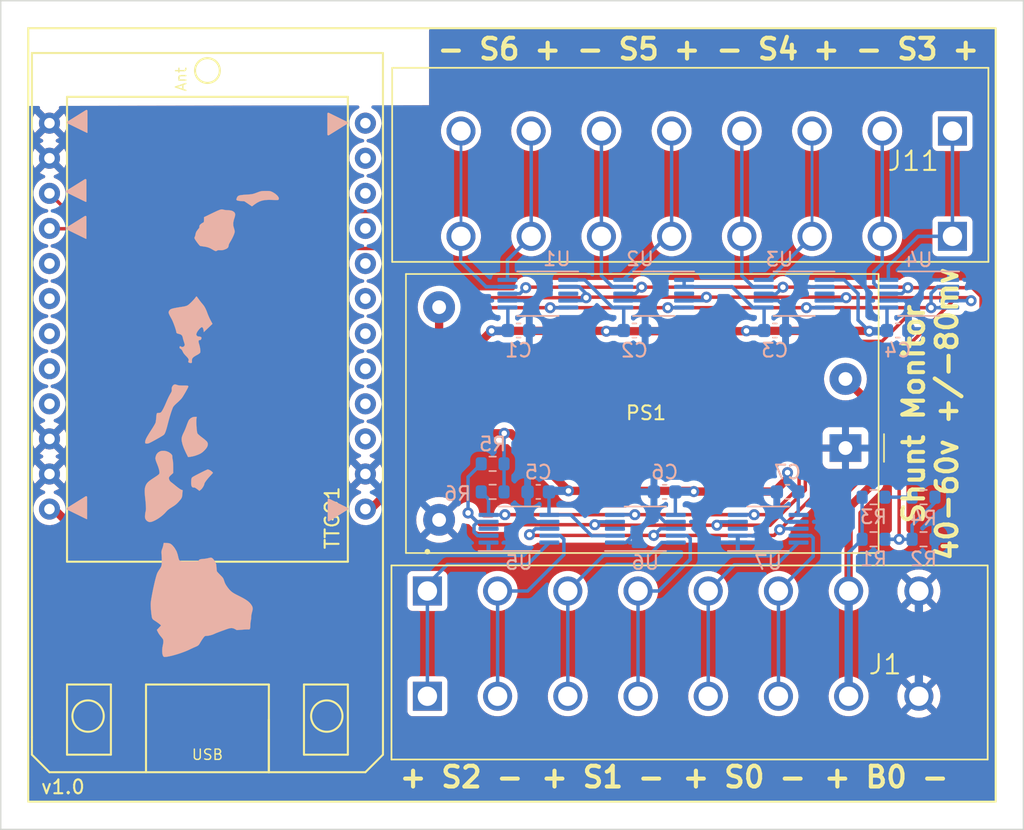
<source format=kicad_pcb>
(kicad_pcb (version 20211014) (generator pcbnew)
  (layers (0 "F.Cu" signal) (31 "B.Cu" signal) (34 "B.Paste" user) (35 "F.Paste" user) (36 "B.SilkS" user "B.Silkscreen") (37 "F.SilkS" user "F.Silkscreen") (38 "B.Mask" user) (39 "F.Mask" user) (44 "Edge.Cuts" user))
  (net 0 "")
  (net 2 "SDA")
  (net 3 "SCL")
  (net 4 "+3.3V")
  (net 5 "GND")
  (net 6 "Vbus")
  (net 7 "Net-(R3-Pad2)")
  (net 26 "/V+Input")
  (net 27 "/5V")
  (net 31 "/INA226-0/Vin+")
  (net 32 "/INA226-0/Vin-")
  (net 33 "/INA226-1/Vin+")
  (net 34 "/INA226-1/Vin-")
  (net 35 "/INA226-2/Vin-")
  (net 36 "/INA226-2/Vin+")
  (net 37 "/INA226-3/Vin-")
  (net 38 "/INA226-3/Vin+")
  (net 39 "/INA226-4/Vin-")
  (net 40 "/INA226-4/Vin+")
  (net 41 "/INA226-5/Vin-")
  (net 42 "/INA226-5/Vin+")
  (net 43 "/INA226-6/Vin-")
  (net 44 "/INA226-6/Vin+")
  (footprint "Converter_ACDC:Converter_ACDC_HiLink_HLK-PMxx" (layer "F.Cu") (at 125.476 89.408 180)
    (fp_text reference "PS1")
    (fp_text value "HLK-PM01")
  )
  (footprint "libraries:CUI_TBL004-508-08BE-2BE" (layer "F.Cu") (at 95.2284 99.7577)
    (fp_text reference "J1")
    (fp_text value "TBL004-508-08BE-2BE")
  )
  (footprint "libraries:TTGO_ESP32_TDisplay_v1.1" (layer "F.Cu") (at 92.0129 110.3376 90)
    (fp_text reference "TTGO1")
    (fp_text value "TTGO_ESP32_TDISPLAY_V1.1" hide)
  )
  (footprint "libraries:CUI_TBL004-508-08BE-2BE" (layer "F.Cu") (at 133.2192 74.0799 180)
    (fp_text reference "J11")
    (fp_text value "TBL004-508-08BE-2BE")
  )
  (footprint "Resistor_SMD:R_0603_1608Metric" (layer "B.Cu") (at 131.127 96.012)
    (fp_text reference "R2")
    (fp_text value "10k")
  )
  (footprint "Capacitor_SMD:C_0603_1608Metric" (layer "B.Cu") (at 120.367211 80.899)
    (fp_text reference "C3")
    (fp_text value ".1uf")
  )
  (footprint "Package_SO:VSSOP-10_3x3mm_P0.5mm" (layer "B.Cu") (at 101.854 95.25)
    (fp_text reference "U5")
    (fp_text value "INA226")
  )
  (footprint "Resistor_SMD:R_0603_1608Metric" (layer "B.Cu") (at 99.949 92.583 180)
    (fp_text reference "R6")
    (fp_text value "10k")
  )
  (footprint "Capacitor_SMD:C_0603_1608Metric" (layer "B.Cu") (at 112.395 92.583 180)
    (fp_text reference "C6")
    (fp_text value ".1uf")
  )
  (footprint "Resistor_SMD:R_0603_1608Metric" (layer "B.Cu") (at 99.949 90.551 180)
    (fp_text reference "R5")
    (fp_text value "10k")
  )
  (footprint "Resistor_SMD:R_0603_1608Metric" (layer "B.Cu") (at 127.508 92.964)
    (fp_text reference "R3")
    (fp_text value "150k")
  )
  (footprint "project_footprints:Hawaiian_Islands" (layer "B.Cu") (at 79.629 87.6554 -90)
    (fp_text reference "G***" hide)
    (fp_text value "LOGO" hide)
  )
  (footprint "Capacitor_SMD:C_0603_1608Metric" (layer "B.Cu") (at 101.825211 80.899)
    (fp_text reference "C1")
    (fp_text value ".1uf")
  )
  (footprint "Resistor_SMD:R_0603_1608Metric" (layer "B.Cu") (at 131.127 92.964)
    (fp_text reference "R4")
    (fp_text value "22k")
  )
  (footprint "Package_SO:VSSOP-10_3x3mm_P0.5mm" (layer "B.Cu") (at 111.604211 78.232 180)
    (fp_text reference "U2")
    (fp_text value "INA226")
  )
  (footprint "Package_SO:VSSOP-10_3x3mm_P0.5mm" (layer "B.Cu") (at 110.998 95.25)
    (fp_text reference "U6")
    (fp_text value "INA226")
  )
  (footprint "Package_SO:VSSOP-10_3x3mm_P0.5mm" (layer "B.Cu") (at 121.764211 78.232 180)
    (fp_text reference "U3")
    (fp_text value "INA226")
  )
  (footprint "Package_SO:VSSOP-10_3x3mm_P0.5mm" (layer "B.Cu") (at 103.222211 78.232 180)
    (fp_text reference "U1")
    (fp_text value "INA226")
  )
  (footprint "Capacitor_SMD:C_0603_1608Metric" (layer "B.Cu") (at 103.251 92.583 180)
    (fp_text reference "C5")
    (fp_text value ".1uf")
  )
  (footprint "Package_SO:VSSOP-10_3x3mm_P0.5mm" (layer "B.Cu") (at 130.781211 78.232 180)
    (fp_text reference "U4")
    (fp_text value "INA226")
  )
  (footprint "Capacitor_SMD:C_0603_1608Metric" (layer "B.Cu") (at 110.207211 80.899)
    (fp_text reference "C2")
    (fp_text value ".1uf")
  )
  (footprint "Capacitor_SMD:C_0603_1608Metric" (layer "B.Cu") (at 129.257211 80.899)
    (fp_text reference "C4")
    (fp_text value ".1uf")
  )
  (footprint "Resistor_SMD:R_0603_1608Metric" (layer "B.Cu") (at 127.508 96.012)
    (fp_text reference "R1")
    (fp_text value "10k")
  )
  (footprint "Capacitor_SMD:C_0603_1608Metric" (layer "B.Cu") (at 121.285 92.583 180)
    (fp_text reference "C7")
    (fp_text value ".1uf")
  )
  (footprint "Package_SO:VSSOP-10_3x3mm_P0.5mm" (layer "B.Cu") (at 119.888 95.25)
    (fp_text reference "U7")
    (fp_text value "INA226")
  )
  (gr_poly (pts (xy 70.485 71.501) (xy 69.1388 70.8406) (xy 70.485 70.0024)) (layer "B.SilkS") (width 0.15) (fill solid))
  (gr_poly (pts (xy 70.485 74.168) (xy 69.1388 73.5076) (xy 70.485 72.6694)) (layer "B.SilkS") (width 0.15) (fill solid))
  (gr_poly (pts (xy 88.0618 65.2018) (xy 89.408 65.8622) (xy 88.0618 66.7004)) (layer "B.SilkS") (width 0.15) (fill solid))
  (gr_poly (pts (xy 70.5612 66.4972) (xy 69.215 65.8368) (xy 70.5612 64.9986)) (layer "B.SilkS") (width 0.15) (fill solid))
  (gr_poly (pts (xy 70.5358 94.4626) (xy 69.1896 93.8022) (xy 70.5358 92.964)) (layer "B.SilkS") (width 0.15) (fill solid))
  (gr_poly (pts (xy 88.0872 93.1418) (xy 89.4334 93.8022) (xy 88.0872 94.6404)) (layer "B.SilkS") (width 0.15) (fill solid))
  (gr_rect (start 66.3472 59.0112) (end 136.3472 115.0112) (layer "F.SilkS") (width 0.15) (fill none))
  (gr_rect (start 64.3538 57.0204) (end 138.3538 117.0204) (layer "Edge.Cuts") (width 0.1) (fill none))
  (gr_text "v1.0" (at 68.8594 113.9444) (layer "F.SilkS") (effects (font (size 1 1))))
  (gr_text "Shunt Monitor\n40-60v +/-80mv" (at 131.6228 86.9442 90) (layer "F.SilkS") (effects (font (size 1.5 1.5) (thickness 0.3))))
  (gr_text "- S6 +" (at 100.4316 60.5282) (layer "F.SilkS") (effects (font (size 1.5 1.5) (thickness 0.3))))
  (gr_text "- S5 +" (at 110.51427 60.5282) (layer "F.SilkS") (effects (font (size 1.5 1.5) (thickness 0.3))))
  (gr_text "- S4 +" (at 120.59694 60.5282) (layer "F.SilkS") (effects (font (size 1.5 1.5) (thickness 0.3))))
  (gr_text "+ S0 -" (at 118.157362 113.2332) (layer "F.SilkS") (effects (font (size 1.5 1.5) (thickness 0.3))))
  (gr_text "+ S1 -" (at 107.9246 113.2332) (layer "F.SilkS") (effects (font (size 1.5 1.5) (thickness 0.3))))
  (gr_text "+ S2 -" (at 97.691838 113.2332) (layer "F.SilkS") (effects (font (size 1.5 1.5) (thickness 0.3))))
  (gr_text "+ B0 -" (at 128.425838 113.2332) (layer "F.SilkS") (effects (font (size 1.5 1.5) (thickness 0.3))))
  (gr_text "- S3 +" (at 130.679611 60.5282) (layer "F.SilkS") (effects (font (size 1.5 1.5) (thickness 0.3))))
  (segment (start 122.5732 92.44444) (end 122.5732 83.676196) (width 0.25) (layer "F.Cu") (net 2))
  (segment (start 107.3779 94.996) (end 107.3404 94.9585) (width 0.25) (layer "F.Cu") (net 2))
  (segment (start 115.414211 78.486) (end 125.485911 78.486) (width 0.25) (layer "F.Cu") (net 2))
  (segment (start 120.02164 94.996) (end 122.5732 92.44444) (width 0.25) (layer "F.Cu") (net 2))
  (segment (start 124.112996 82.1364) (end 129.8774 82.1364) (width 0.25) (layer "F.Cu") (net 2))
  (segment (start 98.489296 78.5235) (end 92.3798 72.414004) (width 0.25) (layer "F.Cu") (net 2))
  (segment (start 92.3798 72.414004) (end 92.3798 72.2884) (width 0.25) (layer "F.Cu") (net 2))
  (segment (start 125.523411 78.5235) (end 133.4903 78.5235) (width 0.25) (layer "F.Cu") (net 2))
  (segment (start 106.711021 78.5235) (end 106.748521 78.486) (width 0.25) (layer "F.Cu") (net 2))
  (segment (start 69.2037 72.2884) (end 67.8829 70.9676) (width 0.25) (layer "F.Cu") (net 2))
  (segment (start 106.711021 78.5235) (end 98.489296 78.5235) (width 0.25) (layer "F.Cu") (net 2))
  (segment (start 134.349311 78.5235) (end 134.565811 78.74) (width 0.25) (layer "F.Cu") (net 2))
  (segment (start 125.485911 78.486) (end 125.523411 78.5235) (width 0.25) (layer "F.Cu") (net 2))
  (segment (start 129.8774 82.1364) (end 133.4903 78.5235) (width 0.25) (layer "F.Cu") (net 2))
  (segment (start 99.0225 94.9585) (end 98.171 94.107) (width 0.25) (layer "F.Cu") (net 2))
  (segment (start 92.3798 72.2884) (end 69.2037 72.2884) (width 0.25) (layer "F.Cu") (net 2))
  (segment (start 116.1796 94.996) (end 120.02164 94.996) (width 0.25) (layer "F.Cu") (net 2))
  (segment (start 107.3404 94.9585) (end 99.0225 94.9585) (width 0.25) (layer "F.Cu") (net 2))
  (segment (start 133.4903 78.5235) (end 134.349311 78.5235) (width 0.25) (layer "F.Cu") (net 2))
  (segment (start 122.5732 83.676196) (end 124.112996 82.1364) (width 0.25) (layer "F.Cu") (net 2))
  (segment (start 116.1796 94.996) (end 107.3779 94.996) (width 0.25) (layer "F.Cu") (net 2))
  (segment (start 106.748521 78.486) (end 115.414211 78.486) (width 0.25) (layer "F.Cu") (net 2))
  (via (at 107.3404 94.9585) (size 0.8) (drill 0.4) (layers "F.Cu" "B.Cu") (net 2))
  (via (at 134.565811 78.74) (size 0.8) (drill 0.4) (layers "F.Cu" "B.Cu") (net 2))
  (via (at 125.523411 78.5235) (size 0.8) (drill 0.4) (layers "F.Cu" "B.Cu") (net 2))
  (via (at 116.1796 94.996) (size 0.8) (drill 0.4) (layers "F.Cu" "B.Cu") (net 2))
  (via (at 115.414211 78.486) (size 0.8) (drill 0.4) (layers "F.Cu" "B.Cu") (net 2))
  (via (at 98.171 94.107) (size 0.8) (drill 0.4) (layers "F.Cu" "B.Cu") (net 2))
  (via (at 106.711021 78.5235) (size 0.8) (drill 0.4) (layers "F.Cu" "B.Cu") (net 2))
  (segment (start 134.565811 78.74) (end 132.989211 78.74) (width 0.25) (layer "B.Cu") (net 2))
  (segment (start 106.212896 77.732) (end 106.711021 78.230125) (width 0.25) (layer "B.Cu") (net 2))
  (segment (start 99.654 95.75) (end 98.863315 95.75) (width 0.25) (layer "B.Cu") (net 2))
  (segment (start 98.863315 94.75) (end 99.654 94.75) (width 0.25) (layer "B.Cu") (net 2))
  (segment (start 105.422211 77.732) (end 106.212896 77.732) (width 0.25) (layer "B.Cu") (net 2))
  (segment (start 98.863315 95.75) (end 98.604 95.490685) (width 0.25) (layer "B.Cu") (net 2))
  (segment (start 124.754896 78.732) (end 124.792253 78.694642) (width 0.25) (layer "B.Cu") (net 2))
  (segment (start 98.604 95.490685) (end 98.604 95.009315) (width 0.25) (layer "B.Cu") (net 2))
  (segment (start 116.4256 94.75) (end 116.1796 94.996) (width 0.25) (layer "B.Cu") (net 2))
  (segment (start 107.3404 94.9585) (end 107.5489 94.75) (width 0.25) (layer "B.Cu") (net 2))
  (segment (start 117.688 94.75) (end 116.4256 94.75) (width 0.25) (layer "B.Cu") (net 2))
  (segment (start 98.171 91.504) (end 99.124 90.551) (width 0.25) (layer "B.Cu") (net 2))
  (segment (start 115.414211 78.486) (end 115.168211 78.732) (width 0.25) (layer "B.Cu") (net 2))
  (segment (start 99.654 94.75) (end 98.814 94.75) (width 0.25) (layer "B.Cu") (net 2))
  (segment (start 124.792253 78.694642) (end 125.352269 78.694642) (width 0.25) (layer "B.Cu") (net 2))
  (segment (start 125.523411 78.5235) (end 125.314911 78.732) (width 0.25) (layer "B.Cu") (net 2))
  (segment (start 107.5489 94.75) (end 108.798 94.75) (width 0.25) (layer "B.Cu") (net 2))
  (segment (start 98.814 94.75) (end 98.171 94.107) (width 0.25) (layer "B.Cu") (net 2))
  (segment (start 132.989211 78.74) (end 132.981211 78.732) (width 0.25) (layer "B.Cu") (net 2))
  (segment (start 106.502521 78.732) (end 105.422211 78.732) (width 0.25) (layer "B.Cu") (net 2))
  (segment (start 98.171 94.107) (end 98.171 91.504) (width 0.25) (layer "B.Cu") (net 2))
  (segment (start 125.352269 78.694642) (end 125.523411 78.5235) (width 0.25) (layer "B.Cu") (net 2))
  (segment (start 106.711021 78.230125) (end 106.711021 78.5235) (width 0.25) (layer "B.Cu") (net 2))
  (segment (start 125.314911 78.732) (end 123.964211 78.732) (width 0.25) (layer "B.Cu") (net 2))
  (segment (start 115.168211 78.732) (end 113.804211 78.732) (width 0.25) (layer "B.Cu") (net 2))
  (segment (start 106.711021 78.5235) (end 106.502521 78.732) (width 0.25) (layer "B.Cu") (net 2))
  (segment (start 98.604 95.009315) (end 98.863315 94.75) (width 0.25) (layer "B.Cu") (net 2))
  (segment (start 112.620211 79.248) (end 118.239711 79.248) (width 0.25) (layer "F.Cu") (net 3))
  (segment (start 122.653211 79.248) (end 131.670211 79.248) (width 0.25) (layer "F.Cu") (net 3))
  (segment (start 118.239711 79.248) (end 122.653211 79.248) (width 0.25) (layer "F.Cu") (net 3))
  (segment (start 94.29 74.9606) (end 89.4386 74.9606) (width 0.25) (layer "F.Cu") (net 3))
  (segment (start 67.9083 73.533) (end 67.8829 73.5076) (width 0.25) (layer "F.Cu") (net 3))
  (segment (start 122.1232 83.4898) (end 122.1232 92.2274) (width 0.25) (layer "F.Cu") (net 3))
  (segment (start 89.4386 74.9606) (end 88.011 73.533) (width 0.25) (layer "F.Cu") (net 3))
  (segment (start 120.1166 94.234) (end 118.872 94.234) (width 0.25) (layer "F.Cu") (net 3))
  (segment (start 104.111211 79.248) (end 98.5774 79.248) (width 0.25) (layer "F.Cu") (net 3))
  (segment (start 110.236 94.234) (end 118.872 94.234) (width 0.25) (layer "F.Cu") (net 3))
  (segment (start 123.9266 81.6864) (end 122.1232 83.4898) (width 0.25) (layer "F.Cu") (net 3))
  (segment (start 98.5774 79.248) (end 94.29 74.9606) (width 0.25) (layer "F.Cu") (net 3))
  (segment (start 128.1176 81.6864) (end 123.9266 81.6864) (width 0.25) (layer "F.Cu") (net 3))
  (segment (start 122.1232 92.2274) (end 120.1166 94.234) (width 0.25) (layer "F.Cu") (net 3))
  (segment (start 104.111211 79.248) (end 112.620211 79.248) (width 0.25) (layer "F.Cu") (net 3))
  (segment (start 130.556 79.248) (end 128.1176 81.6864) (width 0.25) (layer "F.Cu") (net 3))
  (segment (start 100.838 94.234) (end 110.236 94.234) (width 0.25) (layer "F.Cu") (net 3))
  (segment (start 88.011 73.533) (end 67.9083 73.533) (width 0.25) (layer "F.Cu") (net 3))
  (via (at 104.111211 79.248) (size 0.8) (drill 0.4) (layers "F.Cu" "B.Cu") (net 3))
  (via (at 100.838 94.234) (size 0.8) (drill 0.4) (layers "F.Cu" "B.Cu") (net 3))
  (via (at 112.620211 79.248) (size 0.8) (drill 0.4) (layers "F.Cu" "B.Cu") (net 3))
  (via (at 118.872 94.234) (size 0.8) (drill 0.4) (layers "F.Cu" "B.Cu") (net 3))
  (via (at 122.653211 79.248) (size 0.8) (drill 0.4) (layers "F.Cu" "B.Cu") (net 3))
  (via (at 131.670211 79.248) (size 0.8) (drill 0.4) (layers "F.Cu" "B.Cu") (net 3))
  (via (at 110.236 94.234) (size 0.8) (drill 0.4) (layers "F.Cu" "B.Cu") (net 3))
  (segment (start 131.670211 78.2066) (end 131.670211 79.248) (width 0.25) (layer "B.Cu") (net 3))
  (segment (start 118.872 94.234) (end 117.704 94.234) (width 0.25) (layer "B.Cu") (net 3))
  (segment (start 117.704 94.234) (end 117.688 94.25) (width 0.25) (layer "B.Cu") (net 3))
  (segment (start 112.620211 79.248) (end 113.788211 79.248) (width 0.25) (layer "B.Cu") (net 3))
  (segment (start 131.670211 79.248) (end 132.965211 79.248) (width 0.25) (layer "B.Cu") (net 3))
  (segment (start 100.838 94.234) (end 100.822 94.25) (width 0.25) (layer "B.Cu") (net 3))
  (segment (start 99.654 93.113) (end 99.124 92.583) (width 0.25) (layer "B.Cu") (net 3))
  (segment (start 99.654 94.25) (end 99.654 93.113) (width 0.25) (layer "B.Cu") (net 3))
  (segment (start 132.965211 79.248) (end 132.981211 79.232) (width 0.25) (layer "B.Cu") (net 3))
  (segment (start 108.814 94.234) (end 108.798 94.25) (width 0.25) (layer "B.Cu") (net 3))
  (segment (start 105.406211 79.248) (end 105.422211 79.232) (width 0.25) (layer "B.Cu") (net 3))
  (segment (start 122.653211 79.248) (end 123.948211 79.248) (width 0.25) (layer "B.Cu") (net 3))
  (segment (start 132.144811 77.732) (end 131.670211 78.2066) (width 0.25) (layer "B.Cu") (net 3))
  (segment (start 113.788211 79.248) (end 113.804211 79.232) (width 0.25) (layer "B.Cu") (net 3))
  (segment (start 104.111211 79.248) (end 105.406211 79.248) (width 0.25) (layer "B.Cu") (net 3))
  (segment (start 123.948211 79.248) (end 123.964211 79.232) (width 0.25) (layer "B.Cu") (net 3))
  (segment (start 99.654 94.25) (end 100.822 94.25) (width 0.25) (layer "B.Cu") (net 3))
  (segment (start 110.236 94.234) (end 108.814 94.234) (width 0.25) (layer "B.Cu") (net 3))
  (segment (start 132.981211 77.732) (end 132.144811 77.732) (width 0.25) (layer "B.Cu") (net 3))
  (segment (start 121.285 91.6178) (end 121.285 91.186) (width 0.6) (layer "F.Cu") (net 4))
  (segment (start 114.5032 92.5576) (end 120.3452 92.5576) (width 0.6) (layer "F.Cu") (net 4))
  (segment (start 68.2131 93.8276) (end 70.6435 96.258) (width 0.6) (layer "F.Cu") (net 4))
  (segment (start 114.4524 92.5068) (end 114.5032 92.5576) (width 0.6) (layer "F.Cu") (net 4))
  (segment (start 98.7552 88.3412) (end 98.7552 82.038611) (width 0.6) (layer "F.Cu") (net 4))
  (segment (start 108.149811 80.9244) (end 108.175211 80.9498) (width 0.6) (layer "F.Cu") (net 4))
  (segment (start 120.3452 92.5576) (end 121.285 91.6178) (width 0.6) (layer "F.Cu") (net 4))
  (segment (start 127.174411 80.9244) (end 127.199811 80.9498) (width 0.6) (layer "F.Cu") (net 4))
  (segment (start 98.7552 82.038611) (end 99.869411 80.9244) (width 0.6) (layer "F.Cu") (net 4))
  (segment (start 118.309811 80.9244) (end 127.174411 80.9244) (width 0.6) (layer "F.Cu") (net 4))
  (segment (start 90.8384 96.258) (end 98.7552 88.3412) (width 0.6) (layer "F.Cu") (net 4))
  (segment (start 99.869411 80.9244) (end 108.149811 80.9244) (width 0.6) (layer "F.Cu") (net 4))
  (segment (start 108.175211 80.9498) (end 118.284411 80.9498) (width 0.6) (layer "F.Cu") (net 4))
  (segment (start 70.6435 96.258) (end 90.8384 96.258) (width 0.6) (layer "F.Cu") (net 4))
  (segment (start 118.284411 80.9498) (end 118.309811 80.9244) (width 0.6) (layer "F.Cu") (net 4))
  (segment (start 105.4354 92.5068) (end 114.4524 92.5068) (width 0.6) (layer "F.Cu") (net 4))
  (segment (start 98.7552 88.3412) (end 100.7872 88.3412) (width 0.6) (layer "F.Cu") (net 4))
  (segment (start 67.8829 93.8276) (end 68.2131 93.8276) (width 0.6) (layer "F.Cu") (net 4))
  (segment (start 100.7872 88.3412) (end 101.2698 88.3412) (width 0.6) (layer "F.Cu") (net 4))
  (segment (start 101.2698 88.3412) (end 105.4354 92.5068) (width 0.6) (layer "F.Cu") (net 4))
  (via (at 118.309811 80.9244) (size 0.8) (drill 0.4) (layers "F.Cu" "B.Cu") (net 4))
  (via (at 99.869411 80.9244) (size 0.8) (drill 0.4) (layers "F.Cu" "B.Cu") (net 4))
  (via (at 114.5032 92.5576) (size 0.8) (drill 0.4) (layers "F.Cu" "B.Cu") (net 4))
  (via (at 100.7872 88.3412) (size 0.8) (drill 0.4) (layers "F.Cu" "B.Cu") (net 4))
  (via (at 108.175211 80.9498) (size 0.8) (drill 0.4) (layers "F.Cu" "B.Cu") (net 4))
  (via (at 121.285 91.186) (size 0.8) (drill 0.4) (layers "F.Cu" "B.Cu") (net 4))
  (via (at 105.4354 92.5068) (size 0.8) (drill 0.4) (layers "F.Cu" "B.Cu") (net 4))
  (via (at 127.199811 80.9498) (size 0.8) (drill 0.4) (layers "F.Cu" "B.Cu") (net 4))
  (segment (start 113.804211 77.732) (end 117.273526 77.732) (width 0.25) (layer "B.Cu") (net 4))
  (segment (start 101.024811 80.9244) (end 101.050211 80.899) (width 0.6) (layer "B.Cu") (net 4))
  (segment (start 100.774 92.583) (end 100.774 90.551) (width 0.25) (layer "B.Cu") (net 4))
  (segment (start 128.482211 79.331) (end 128.581211 79.232) (width 0.25) (layer "B.Cu") (net 4))
  (segment (start 108.175211 80.9498) (end 109.381411 80.9498) (width 0.6) (layer "B.Cu") (net 4))
  (segment (start 121.285 91.808) (end 122.06 92.583) (width 0.6) (layer "B.Cu") (net 4))
  (segment (start 125.3904 77.232) (end 126.3904 78.232) (width 0.25) (layer "B.Cu") (net 4))
  (segment (start 104.026 94.222) (end 104.054 94.25) (width 0.25) (layer "B.Cu") (net 4))
  (segment (start 100.774 90.551) (end 100.774 88.3544) (width 0.25) (layer "B.Cu") (net 4))
  (segment (start 99.869411 80.9244) (end 101.024811 80.9244) (width 0.6) (layer "B.Cu") (net 4))
  (segment (start 113.17 94.222) (end 113.198 94.25) (width 0.25) (layer "B.Cu") (net 4))
  (segment (start 122.06 92.583) (end 122.06 94.222) (width 0.25) (layer "B.Cu") (net 4))
  (segment (start 113.1954 92.5576) (end 113.17 92.583) (width 0.6) (layer "B.Cu") (net 4))
  (segment (start 101.050211 80.899) (end 101.050211 79.26) (width 0.25) (layer "B.Cu") (net 4))
  (segment (start 127.199811 80.9498) (end 128.431411 80.9498) (width 0.6) (layer "B.Cu") (net 4))
  (segment (start 113.804211 77.732) (end 113.804211 77.232) (width 0.25) (layer "B.Cu") (net 4))
  (segment (start 113.17 92.583) (end 113.17 94.222) (width 0.25) (layer "B.Cu") (net 4))
  (segment (start 121.285 91.186) (end 121.285 91.808) (width 0.6) (layer "B.Cu") (net 4))
  (segment (start 109.432211 79.26) (end 109.404211 79.232) (width 0.25) (layer "B.Cu") (net 4))
  (segment (start 118.309811 80.9244) (end 119.566811 80.9244) (width 0.6) (layer "B.Cu") (net 4))
  (segment (start 109.432211 80.899) (end 109.432211 79.26) (width 0.25) (layer "B.Cu") (net 4))
  (segment (start 104.1022 92.5068) (end 104.026 92.583) (width 0.6) (layer "B.Cu") (net 4))
  (segment (start 119.592211 79.26) (end 119.564211 79.232) (width 0.25) (layer "B.Cu") (net 4))
  (segment (start 123.964211 77.232) (end 125.3904 77.232) (width 0.25) (layer "B.Cu") (net 4))
  (segment (start 119.592211 80.899) (end 119.592211 79.26) (width 0.25) (layer "B.Cu") (net 4))
  (segment (start 105.422211 77.232) (end 106.613526 77.232) (width 0.25) (layer "B.Cu") (net 4))
  (segment (start 126.3904 80.140389) (end 127.199811 80.9498) (width 0.25) (layer "B.Cu") (net 4))
  (segment (start 122.06 94.222) (end 122.088 94.25) (width 0.25) (layer "B.Cu") (net 4))
  (segment (start 119.566811 80.9244) (end 119.592211 80.899) (width 0.6) (layer "B.Cu") (net 4))
  (segment (start 105.606595 94.25) (end 104.054 94.25) (width 0.25) (layer "B.Cu") (net 4))
  (segment (start 114.5032 92.5576) (end 113.1954 92.5576) (width 0.6) (layer "B.Cu") (net 4))
  (segment (start 108.798 95.75) (end 107.106595 95.75) (width 0.25) (layer "B.Cu") (net 4))
  (segment (start 128.482211 80.899) (end 128.482211 79.331) (width 0.25) (layer "B.Cu") (net 4))
  (segment (start 107.106595 95.75) (end 105.606595 94.25) (width 0.25) (layer "B.Cu") (net 4))
  (segment (start 126.3904 78.232) (end 126.3904 80.140389) (width 0.25) (layer "B.Cu") (net 4))
  (segment (start 100.774 88.3544) (end 100.7872 88.3412) (width 0.25) (layer "B.Cu") (net 4))
  (segment (start 128.431411 80.9498) (end 128.482211 80.899) (width 0.6) (layer "B.Cu") (net 4))
  (segment (start 104.026 92.583) (end 104.026 94.222) (width 0.25) (layer "B.Cu") (net 4))
  (segment (start 108.613526 79.232) (end 109.404211 79.232) (width 0.25) (layer "B.Cu") (net 4))
  (segment (start 118.773526 79.232) (end 119.564211 79.232) (width 0.25) (layer "B.Cu") (net 4))
  (segment (start 105.4354 92.5068) (end 104.1022 92.5068) (width 0.6) (layer "B.Cu") (net 4))
  (segment (start 109.381411 80.9498) (end 109.432211 80.899) (width 0.6) (layer "B.Cu") (net 4))
  (segment (start 106.613526 77.232) (end 108.613526 79.232) (width 0.25) (layer "B.Cu") (net 4))
  (segment (start 101.050211 79.26) (end 101.022211 79.232) (width 0.25) (layer "B.Cu") (net 4))
  (segment (start 117.273526 77.732) (end 118.773526 79.232) (width 0.25) (layer "B.Cu") (net 4))
  (segment (start 109.5916 96.25) (end 111.5568 94.2848) (width 0.25) (layer "B.Cu") (net 5))
  (segment (start 132.981211 77.232) (end 131.807211 77.232) (width 0.25) (layer "B.Cu") (net 5))
  (segment (start 101.2444 95.8088) (end 101.2444 96.6724) (width 0.25) (layer "B.Cu") (net 5))
  (segment (start 123.964211 77.732) (end 122.569011 77.732) (width 0.25) (layer "B.Cu") (net 5))
  (segment (start 112.403 94.75) (end 111.62 93.967) (width 0.25) (layer "B.Cu") (net 5))
  (segment (start 99.654 96.25) (end 99.654 96.9674) (width 0.25) (layer "B.Cu") (net 5))
  (segment (start 113.198 94.75) (end 112.403 94.75) (width 0.25) (layer "B.Cu") (net 5))
  (segment (start 131.807211 77.232) (end 130.032211 79.007) (width 0.25) (layer "B.Cu") (net 5))
  (segment (start 98.4452 96.9772) (end 96.076 94.608) (width 0.25) (layer "B.Cu") (net 5))
  (segment (start 122.088 94.75) (end 121.166 94.75) (width 0.25) (layer "B.Cu") (net 5))
  (segment (start 117.688 95.75) (end 118.854 95.75) (width 0.25) (layer "B.Cu") (net 5))
  (segment (start 99.654 96.9674) (end 99.6442 96.9772) (width 0.25) (layer "B.Cu") (net 5))
  (segment (start 102.600211 79.134) (end 102.600211 80.899) (width 0.25) (layer "B.Cu") (net 5))
  (segment (start 130.7884 99.7577) (end 130.7884 107.3777) (width 0.6) (layer "B.Cu") (net 5))
  (segment (start 118.854 95.75) (end 120.51 94.094) (width 0.25) (layer "B.Cu") (net 5))
  (segment (start 111.62 93.967) (end 111.62 92.583) (width 0.25) (layer "B.Cu") (net 5))
  (segment (start 122.569011 77.732) (end 121.142211 79.1588) (width 0.25) (layer "B.Cu") (net 5))
  (segment (start 121.142211 79.261) (end 121.142211 80.899) (width 0.25) (layer "B.Cu") (net 5))
  (segment (start 102.3032 94.75) (end 101.2444 95.8088) (width 0.25) (layer "B.Cu") (net 5))
  (segment (start 131.952 96.012) (end 131.831 96.133) (width 0.25) (layer "B.Cu") (net 5))
  (segment (start 120.613211 78.732) (end 121.142211 79.261) (width 0.25) (layer "B.Cu") (net 5))
  (segment (start 129.757211 78.732) (end 130.032211 79.007) (width 0.25) (layer "B.Cu") (net 5))
  (segment (start 108.798 96.25) (end 109.5916 96.25) (width 0.25) (layer "B.Cu") (net 5))
  (segment (start 103.132 94.75) (end 102.476 94.094) (width 0.25) (layer "B.Cu") (net 5))
  (segment (start 111.62 93.967) (end 111.5568 94.0302) (width 0.25) (layer "B.Cu") (net 5))
  (segment (start 121.166 94.75) (end 120.51 94.094) (width 0.25) (layer "B.Cu") (net 5))
  (segment (start 119.564211 78.732) (end 120.613211 78.732) (width 0.25) (layer "B.Cu") (net 5))
  (segment (start 99.6696 97.0026) (end 99.6442 96.9772) (width 0.25) (layer "B.Cu") (net 5))
  (segment (start 100.9142 97.0026) (end 99.6696 97.0026) (width 0.25) (layer "B.Cu") (net 5))
  (segment (start 104.054 94.75) (end 103.132 94.75) (width 0.25) (layer "B.Cu") (net 5))
  (segment (start 109.404211 78.732) (end 110.707211 78.732) (width 0.25) (layer "B.Cu") (net 5))
  (segment (start 120.51 94.094) (end 120.51 92.583) (width 0.25) (layer "B.Cu") (net 5))
  (segment (start 111.5568 94.0302) (end 111.5568 94.2848) (width 0.25) (layer "B.Cu") (net 5))
  (segment (start 121.142211 79.1588) (end 121.142211 79.261) (width 0.25) (layer "B.Cu") (net 5))
  (segment (start 128.581211 78.732) (end 129.757211 78.732) (width 0.25) (layer "B.Cu") (net 5))
  (segment (start 101.2444 96.6724) (end 100.9142 97.0026) (width 0.25) (layer "B.Cu") (net 5))
  (segment (start 102.476 94.094) (end 102.476 92.583) (width 0.25) (layer "B.Cu") (net 5))
  (segment (start 110.982211 79.007) (end 110.982211 80.899) (width 0.25) (layer "B.Cu") (net 5))
  (segment (start 101.022211 78.732) (end 102.198211 78.732) (width 0.25) (layer "B.Cu") (net 5))
  (segment (start 117.688 96.25) (end 117.688 95.75) (width 0.25) (layer "B.Cu") (net 5))
  (segment (start 99.6442 96.9772) (end 98.4452 96.9772) (width 0.25) (layer "B.Cu") (net 5))
  (segment (start 104.054 94.75) (end 102.3032 94.75) (width 0.25) (layer "B.Cu") (net 5))
  (segment (start 97.218 95.75) (end 96.076 94.608) (width 0.25) (layer "B.Cu") (net 5))
  (segment (start 110.707211 78.732) (end 110.982211 79.007) (width 0.25) (layer "B.Cu") (net 5))
  (segment (start 102.198211 78.732) (end 102.600211 79.134) (width 0.25) (layer "B.Cu") (net 5))
  (segment (start 130.032211 79.007) (end 130.032211 80.899) (width 0.25) (layer "B.Cu") (net 5))
  (segment (start 129.956311 77.7615) (end 120.951411 77.7615) (width 0.25) (layer "F.Cu") (net 6))
  (segment (start 135.290811 78.439695) (end 134.650116 77.799) (width 0.25) (layer "F.Cu") (net 6))
  (segment (start 120.951411 77.7615) (end 110.728711 77.7615) (width 0.25) (layer "F.Cu") (net 6))
  (segment (start 129.0828 82.6008) (end 130.049396 82.6008) (width 0.25) (layer "F.Cu") (net 6))
  (segment (start 111.6076 95.7326) (end 102.6656 95.7326) (width 0.25) (layer "F.Cu") (net 6))
  (segment (start 102.384211 77.7615) (end 110.728711 77.7615) (width 0.25) (layer "F.Cu") (net 6))
  (segment (start 120.310345 95.7326) (end 111.6076 95.7326) (width 0.25) (layer "F.Cu") (net 6))
  (segment (start 134.7978 79.9084) (end 135.290811 79.415389) (width 0.25) (layer "F.Cu") (net 6))
  (segment (start 129.3622 96.012) (end 129.3622 82.6008) (width 0.25) (layer "F.Cu") (net 6))
  (segment (start 135.290811 79.415389) (end 135.290811 78.439695) (width 0.25) (layer "F.Cu") (net 6))
  (segment (start 130.049396 82.6008) (end 132.741796 79.9084) (width 0.25) (layer "F.Cu") (net 6))
  (segment (start 124.3076 82.6008) (end 129.1302 82.6008) (width 0.25) (layer "F.Cu") (net 6))
  (segment (start 132.741796 79.9084) (end 134.7978 79.9084) (width 0.25) (layer "F.Cu") (net 6))
  (segment (start 134.650116 77.799) (end 129.993811 77.799) (width 0.25) (layer "F.Cu") (net 6))
  (segment (start 102.346711 77.799) (end 102.384211 77.7615) (width 0.25) (layer "F.Cu") (net 6))
  (segment (start 123.0232 83.8852) (end 124.3076 82.6008) (width 0.25) (layer "F.Cu") (net 6))
  (segment (start 120.72112 95.321825) (end 123.0232 93.019745) (width 0.25) (layer "F.Cu") (net 6))
  (segment (start 129.993811 77.799) (end 129.956311 77.7615) (width 0.25) (layer "F.Cu") (net 6))
  (segment (start 120.72112 95.321825) (end 120.310345 95.7326) (width 0.25) (layer "F.Cu") (net 6))
  (segment (start 123.0232 93.019745) (end 123.0232 83.8852) (width 0.25) (layer "F.Cu") (net 6))
  (segment (start 102.6656 95.7326) (end 102.616 95.683) (width 0.25) (layer "F.Cu") (net 6))
  (via (at 129.993811 77.799) (size 0.8) (drill 0.4) (layers "F.Cu" "B.Cu") (net 6))
  (via (at 111.6076 95.7326) (size 0.8) (drill 0.4) (layers "F.Cu" "B.Cu") (net 6))
  (via (at 110.728711 77.7615) (size 0.8) (drill 0.4) (layers "F.Cu" "B.Cu") (net 6))
  (via (at 129.3622 96.012) (size 0.8) (drill 0.4) (layers "F.Cu" "B.Cu") (net 6))
  (via (at 120.72112 95.321825) (size 0.8) (drill 0.4) (layers "F.Cu" "B.Cu") (net 6))
  (via (at 102.616 95.683) (size 0.8) (drill 0.4) (layers "F.Cu" "B.Cu") (net 6))
  (via (at 120.951411 77.7615) (size 0.8) (drill 0.4) (layers "F.Cu" "B.Cu") (net 6))
  (via (at 102.346711 77.799) (size 0.8) (drill 0.4) (layers "F.Cu" "B.Cu") (net 6))
  (segment (start 103.049 95.25) (end 104.054 95.25) (width 0.25) (layer "B.Cu") (net 6))
  (segment (start 102.616 95.683) (end 103.049 95.25) (width 0.25) (layer "B.Cu") (net 6))
  (segment (start 119.589211 78.257) (end 119.564211 78.232) (width 0.25) (layer "B.Cu") (net 6))
  (segment (start 130.302 94.996) (end 130.302 96.012) (width 0.25) (layer "B.Cu") (net 6))
  (segment (start 128.581211 78.232) (end 129.560811 78.232) (width 0.25) (layer "B.Cu") (net 6))
  (segment (start 120.455911 78.257) (end 119.589211 78.257) (width 0.25) (layer "B.Cu") (net 6))
  (segment (start 120.792945 95.25) (end 120.72112 95.321825) (width 0.25) (layer "B.Cu") (net 6))
  (segment (start 122.088 95.25) (end 120.792945 95.25) (width 0.25) (layer "B.Cu") (net 6))
  (segment (start 129.560811 78.232) (end 129.993811 77.799) (width 0.25) (layer "B.Cu") (net 6))
  (segment (start 102.346711 77.799) (end 101.913711 78.232) (width 0.25) (layer "B.Cu") (net 6))
  (segment (start 113.198 95.25) (end 112.0902 95.25) (width 0.25) (layer "B.Cu") (net 6))
  (segment (start 110.283411 78.232) (end 109.404211 78.232) (width 0.25) (layer "B.Cu") (net 6))
  (segment (start 112.0902 95.25) (end 111.6076 95.7326) (width 0.25) (layer "B.Cu") (net 6))
  (segment (start 131.952 93.346) (end 130.302 94.996) (width 0.25) (layer "B.Cu") (net 6))
  (segment (start 101.913711 78.232) (end 101.022211 78.232) (width 0.25) (layer "B.Cu") (net 6))
  (segment (start 129.3622 96.012) (end 128.333 96.012) (width 0.25) (layer "B.Cu") (net 6))
  (segment (start 110.728711 77.7867) (end 110.283411 78.232) (width 0.25) (layer "B.Cu") (net 6))
  (segment (start 130.302 96.012) (end 128.333 96.012) (width 0.25) (layer "B.Cu") (net 6))
  (segment (start 110.728711 77.7615) (end 110.728711 77.7867) (width 0.25) (layer "B.Cu") (net 6))
  (segment (start 131.952 92.964) (end 131.952 93.346) (width 0.25) (layer "B.Cu") (net 6))
  (segment (start 120.951411 77.7615) (end 120.455911 78.257) (width 0.25) (layer "B.Cu") (net 6))
  (segment (start 130.302 92.964) (end 128.333 92.964) (width 0.25) (layer "B.Cu") (net 7))
  (segment (start 127.5334 91.9226) (end 125.7046 93.7514) (width 0.6) (layer "F.Cu") (net 26))
  (segment (start 125.476 84.408) (end 127.5334 86.4654) (width 0.6) (layer "F.Cu") (net 26))
  (segment (start 125.7046 93.7514) (end 125.7046 99.7539) (width 0.6) (layer "F.Cu") (net 26))
  (segment (start 125.7046 99.7539) (end 125.7084 99.7577) (width 0.6) (layer "F.Cu") (net 26))
  (segment (start 127.5334 86.4654) (end 127.5334 91.9226) (width 0.6) (layer "F.Cu") (net 26))
  (segment (start 125.7084 96.9866) (end 126.683 96.012) (width 0.25) (layer "B.Cu") (net 26))
  (segment (start 125.7084 99.7577) (end 125.7084 96.9866) (width 0.25) (layer "B.Cu") (net 26))
  (segment (start 126.683 96.012) (end 126.683 92.964) (width 0.25) (layer "B.Cu") (net 26))
  (segment (start 125.7084 99.7577) (end 125.7084 107.3777) (width 0.6) (layer "B.Cu") (net 26))
  (segment (start 96.076 88.8755) (end 96.076 79.208) (width 0.6) (layer "F.Cu") (net 27))
  (segment (start 90.7429 93.8276) (end 91.1239 93.8276) (width 0.6) (layer "F.Cu") (net 27))
  (segment (start 91.1239 93.8276) (end 96.076 88.8755) (width 0.6) (layer "F.Cu") (net 27))
  (segment (start 102.7392 74.0799) (end 102.7392 66.4599) (width 0.25) (layer "B.Cu") (net 31))
  (segment (start 101.022211 77.232) (end 101.022211 75.796889) (width 0.25) (layer "B.Cu") (net 31))
  (segment (start 101.022211 75.796889) (end 102.7392 74.0799) (width 0.25) (layer "B.Cu") (net 31))
  (segment (start 97.634211 74.104889) (end 97.6592 74.0799) (width 0.25) (layer "B.Cu") (net 32))
  (segment (start 97.6592 66.4599) (end 97.6592 74.0799) (width 0.2) (layer "B.Cu") (net 32))
  (segment (start 97.634211 75.8952) (end 97.634211 74.104889) (width 0.25) (layer "B.Cu") (net 32))
  (segment (start 99.471011 77.732) (end 97.634211 75.8952) (width 0.25) (layer "B.Cu") (net 32))
  (segment (start 101.022211 77.732) (end 99.471011 77.732) (width 0.25) (layer "B.Cu") (net 32))
  (segment (start 112.556311 74.0799) (end 112.8992 74.0799) (width 0.25) (layer "B.Cu") (net 33))
  (segment (start 112.8992 74.0799) (end 112.8992 66.4599) (width 0.25) (layer "B.Cu") (net 33))
  (segment (start 109.404211 77.232) (end 112.556311 74.0799) (width 0.25) (layer "B.Cu") (net 33))
  (segment (start 109.404211 77.732) (end 108.613526 77.732) (width 0.25) (layer "B.Cu") (net 34))
  (segment (start 107.8192 74.0799) (end 107.8192 66.4599) (width 0.25) (layer "B.Cu") (net 34))
  (segment (start 107.8192 76.937674) (end 107.8192 74.0799) (width 0.25) (layer "B.Cu") (net 34))
  (segment (start 108.613526 77.732) (end 107.8192 76.937674) (width 0.25) (layer "B.Cu") (net 34))
  (segment (start 117.983 74.0837) (end 117.9792 74.0799) (width 0.25) (layer "B.Cu") (net 35))
  (segment (start 118.773526 77.732) (end 117.983 76.941474) (width 0.25) (layer "B.Cu") (net 35))
  (segment (start 117.9792 74.0799) (end 117.9792 66.4599) (width 0.25) (layer "B.Cu") (net 35))
  (segment (start 117.983 76.941474) (end 117.983 74.0837) (width 0.25) (layer "B.Cu") (net 35))
  (segment (start 119.564211 77.732) (end 118.773526 77.732) (width 0.25) (layer "B.Cu") (net 35))
  (segment (start 119.564211 77.232) (end 119.9071 77.232) (width 0.25) (layer "B.Cu") (net 36))
  (segment (start 119.9071 77.232) (end 123.063 74.0761) (width 0.25) (layer "B.Cu") (net 36))
  (segment (start 123.0592 74.0799) (end 123.0592 66.4599) (width 0.2) (layer "B.Cu") (net 36))
  (segment (start 128.581211 77.732) (end 127.790526 77.732) (width 0.25) (layer "B.Cu") (net 37))
  (segment (start 127.531211 77.472685) (end 127.531211 76.654604) (width 0.25) (layer "B.Cu") (net 37))
  (segment (start 127.531211 76.654604) (end 128.1392 76.046615) (width 0.25) (layer "B.Cu") (net 37))
  (segment (start 128.1392 76.046615) (end 128.1392 74.0799) (width 0.25) (layer "B.Cu") (net 37))
  (segment (start 127.790526 77.732) (end 127.531211 77.472685) (width 0.25) (layer "B.Cu") (net 37))
  (segment (start 128.1392 74.0799) (end 128.1392 66.4599) (width 0.25) (layer "B.Cu") (net 37))
  (segment (start 130.742311 74.0799) (end 133.2192 74.0799) (width 0.25) (layer "B.Cu") (net 38))
  (segment (start 128.581211 76.241) (end 130.742311 74.0799) (width 0.25) (layer "B.Cu") (net 38))
  (segment (start 133.2192 74.0799) (end 133.2192 66.4599) (width 0.25) (layer "B.Cu") (net 38))
  (segment (start 128.581211 77.232) (end 128.581211 76.241) (width 0.25) (layer "B.Cu") (net 38))
  (segment (start 104.054 95.75) (end 104.844685 95.75) (width 0.25) (layer "B.Cu") (net 39))
  (segment (start 102.4771 99.7577) (end 100.3084 99.7577) (width 0.25) (layer "B.Cu") (net 39))
  (segment (start 100.3084 107.3777) (end 100.3084 99.7577) (width 0.25) (layer "B.Cu") (net 39))
  (segment (start 104.844685 95.75) (end 105.104 96.009315) (width 0.25) (layer "B.Cu") (net 39))
  (segment (start 105.104 96.009315) (end 105.104 97.1308) (width 0.25) (layer "B.Cu") (net 39))
  (segment (start 105.104 97.1308) (end 102.4771 99.7577) (width 0.25) (layer "B.Cu") (net 39))
  (segment (start 95.2284 107.3777) (end 95.2284 99.7577) (width 0.25) (layer "B.Cu") (net 40))
  (segment (start 104.054 96.25) (end 102.4632 97.8408) (width 0.25) (layer "B.Cu") (net 40))
  (segment (start 96.6724 97.8408) (end 95.2284 99.2848) (width 0.25) (layer "B.Cu") (net 40))
  (segment (start 95.2284 99.2848) (end 95.2284 99.7577) (width 0.25) (layer "B.Cu") (net 40))
  (segment (start 102.4632 97.8408) (end 96.6724 97.8408) (width 0.25) (layer "B.Cu") (net 40))
  (segment (start 114.038685 95.75) (end 113.198 95.75) (width 0.25) (layer "B.Cu") (net 41))
  (segment (start 114.248 95.959315) (end 114.038685 95.75) (width 0.25) (layer "B.Cu") (net 41))
  (segment (start 114.248 97.463024) (end 114.248 95.959315) (width 0.25) (layer "B.Cu") (net 41))
  (segment (start 110.4684 107.3777) (end 110.4684 99.7577) (width 0.25) (layer "B.Cu") (net 41))
  (segment (start 111.953324 99.7577) (end 114.248 97.463024) (width 0.25) (layer "B.Cu") (net 41))
  (segment (start 110.4684 99.7577) (end 111.953324 99.7577) (width 0.25) (layer "B.Cu") (net 41))
  (segment (start 111.252 97.1804) (end 107.9657 97.1804) (width 0.25) (layer "B.Cu") (net 42))
  (segment (start 112.1824 96.25) (end 111.252 97.1804) (width 0.25) (layer "B.Cu") (net 42))
  (segment (start 107.9657 97.1804) (end 105.3884 99.7577) (width 0.25) (layer "B.Cu") (net 42))
  (segment (start 113.198 96.25) (end 112.1824 96.25) (width 0.25) (layer "B.Cu") (net 42))
  (segment (start 105.3884 107.3777) (end 105.3884 99.7577) (width 0.25) (layer "B.Cu") (net 42))
  (segment (start 123.138 95.909199) (end 122.978801 95.75) (width 0.25) (layer "B.Cu") (net 43))
  (segment (start 120.6284 107.3777) (end 120.6284 99.7577) (width 0.25) (layer "B.Cu") (net 43))
  (segment (start 120.6284 99.7577) (end 123.138 97.2481) (width 0.25) (layer "B.Cu") (net 43))
  (segment (start 122.978801 95.75) (end 122.088 95.75) (width 0.25) (layer "B.Cu") (net 43))
  (segment (start 123.138 97.2481) (end 123.138 95.909199) (width 0.25) (layer "B.Cu") (net 43))
  (segment (start 115.5484 99.7577) (end 117.4399 97.8662) (width 0.25) (layer "B.Cu") (net 44))
  (segment (start 117.4399 97.8662) (end 120.4718 97.8662) (width 0.25) (layer "B.Cu") (net 44))
  (segment (start 115.5484 107.3777) (end 115.5484 99.7577) (width 0.25) (layer "B.Cu") (net 44))
  (segment (start 120.4718 97.8662) (end 122.088 96.25) (width 0.25) (layer "B.Cu") (net 44))
  (zone (net 5) (net_name "GND") (layers F&B.Cu) (connect_pads (clearance 0.4)) (min_thickness 0.25) (fill yes (thermal_gap 0.508) (thermal_bridge_width 0.5))
    (polygon (pts (xy 136.3218 115.0366) (xy 66.3702 114.9858) (xy 66.3448 64.643) (xy 95.3516 64.5922) (xy 95.3516 59.055) (xy 136.3472 59.0042)))
  )
)
</source>
